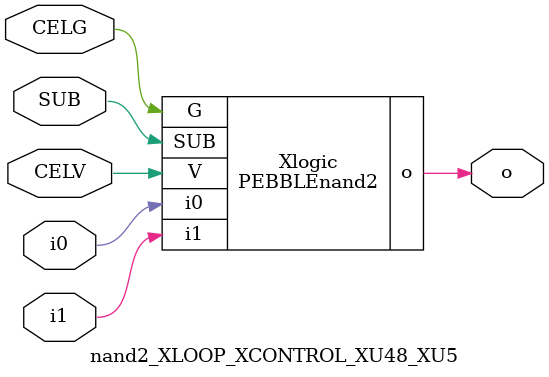
<source format=v>



module PEBBLEnand2 ( o, G, SUB, V, i0, i1 );

  input i0;
  input V;
  input i1;
  input G;
  output o;
  input SUB;
endmodule

//Celera Confidential Do Not Copy nand2_XLOOP_XCONTROL_XU48_XU5
//Celera Confidential Symbol Generator
//5V NAND2
module nand2_XLOOP_XCONTROL_XU48_XU5 (CELV,CELG,i0,i1,o,SUB);
input CELV;
input CELG;
input i0;
input i1;
input SUB;
output o;

//Celera Confidential Do Not Copy nand2
PEBBLEnand2 Xlogic(
.V (CELV),
.i0 (i0),
.i1 (i1),
.o (o),
.SUB (SUB),
.G (CELG)
);
//,diesize,PEBBLEnand2

//Celera Confidential Do Not Copy Module End
//Celera Schematic Generator
endmodule

</source>
